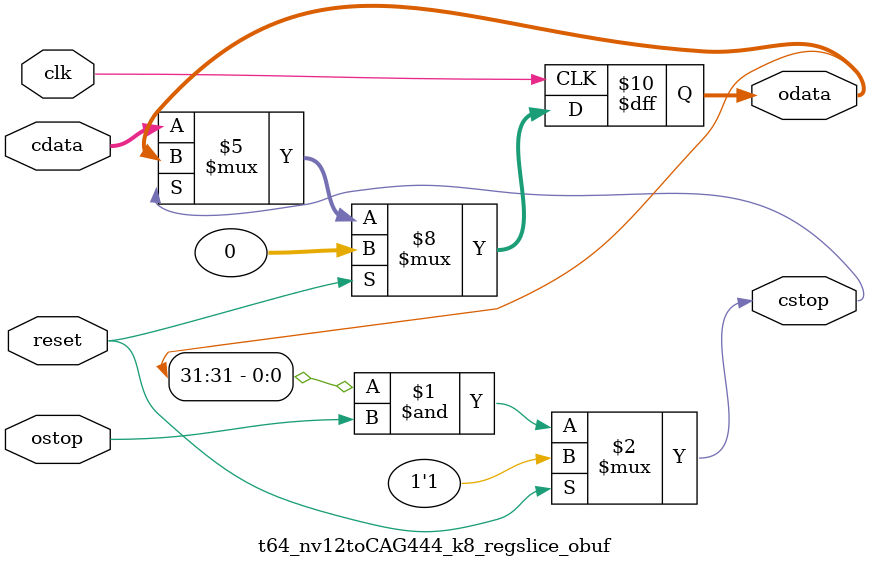
<source format=v>

`timescale 1ns/1ps

module t64_nv12toCAG444_k8_regslice_forward
#(parameter 
    DataWidth=32
)(
    input ap_clk ,
    input ap_rst,

    input [DataWidth-1:0] data_in , 
    input vld_in , 
    output ack_in ,
    output [DataWidth-1:0] data_out, 
    output vld_out,
    input ack_out,
    output apdone_blk
);
 
localparam W = DataWidth+1;

wire [W-1:0] cdata;
wire cstop;
wire [W-1:0] idata;
wire istop;
wire [W-1:0] odata;
wire ostop;

t64_nv12toCAG444_k8_regslice_obuf #(
  .W(W)
)
regslice_obuf_inst(
  .clk(ap_clk),
  .reset(ap_rst),
  .cdata(idata),
  .cstop(istop),
  .odata(odata),
  .ostop(ostop)
);

assign idata = {vld_in, data_in};
assign ack_in = ~istop;

assign vld_out = odata[W-1];
assign data_out = odata[W-2:0];
assign ostop = ~ack_out;

assign apdone_blk = ((ap_rst == 1'b0)&(1'b0 == ack_out)&(1'b1 == vld_out));

endmodule //forward

module t64_nv12toCAG444_k8_regslice_forward_w1
#(parameter 
    DataWidth=1
)(
    input ap_clk ,
    input ap_rst,

    input data_in , 
    input vld_in , 
    output ack_in ,
    output data_out, 
    output vld_out,
    input ack_out,
    output apdone_blk
);
 
localparam W = 2;

wire [W-1:0] cdata;
wire cstop;
wire [W-1:0] idata;
wire istop;
wire [W-1:0] odata;
wire ostop;

t64_nv12toCAG444_k8_regslice_obuf #(
  .W(W)
)
regslice_obuf_inst(
  .clk(ap_clk),
  .reset(ap_rst),
  .cdata(idata),
  .cstop(istop),
  .odata(odata),
  .ostop(ostop)
);

assign idata = {vld_in, data_in};
assign ack_in = ~istop;

assign vld_out = odata[W-1];
assign data_out = odata[W-2:0];
assign ostop = ~ack_out;

assign apdone_blk = ((ap_rst == 1'b0)&(1'b0 == ack_out)&(1'b1 == vld_out));

endmodule //forward


module t64_nv12toCAG444_k8_regslice_obuf
#(
    parameter W=32
)(
    input clk ,
    input reset,
    input [W-1:0] cdata ,
    output cstop ,
    output reg [W-1:0] odata,
    input ostop 
);

// Stop the core when buffer full and output not ready
assign cstop = reset? 1'b1 : (odata[W-1] & ostop);
 
always @(posedge clk)
    if(reset)
        odata <= {1'b0, {{W-1}{1'b0}}};
    else
        if (!cstop) begin// Can we accept more data?
            odata <= cdata; // Yes: load the buffer
        end

endmodule

    

</source>
